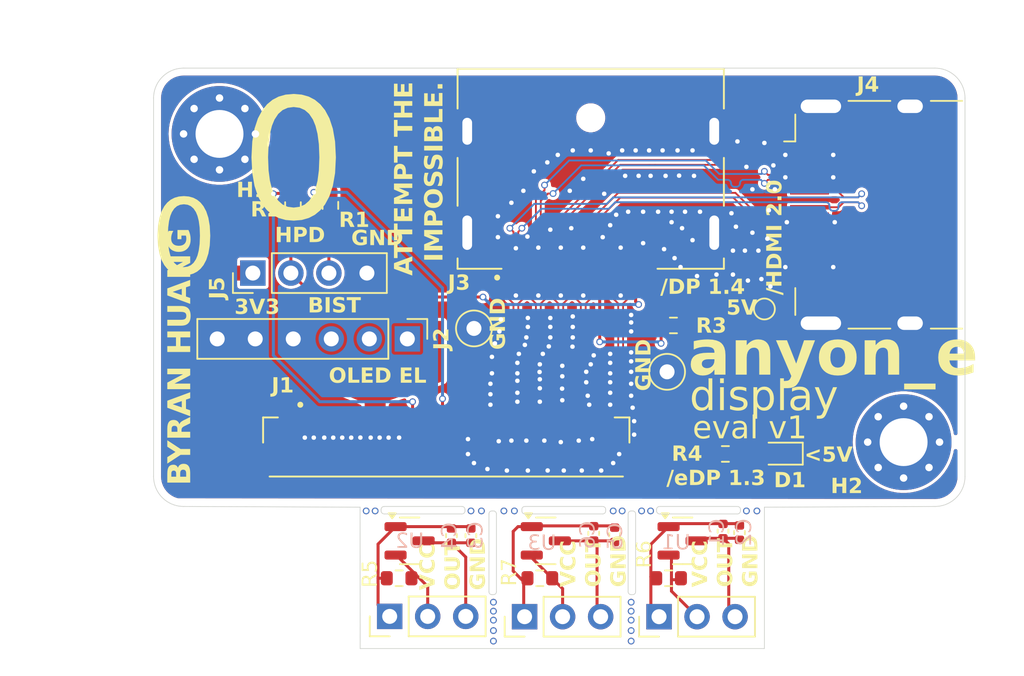
<source format=kicad_pcb>
(kicad_pcb (version 20240225) (generator "pcbnew") (generator_version "8.99")
  (layers (0 "F.Cu" signal) (1 "In1.Cu" signal) (2 "In2.Cu" signal) (31 "B.Cu" signal) (34 "B.Paste" user) (35 "F.Paste" user) (36 "B.SilkS" user "B.Silkscreen") (37 "F.SilkS" user "F.Silkscreen") (38 "B.Mask" user) (39 "F.Mask" user) (44 "Edge.Cuts" user))
  (net 0 "")
  (net 1 "/BIST_EN")
  (net 2 "Net-(J1-Pad20)")
  (net 3 "Net-(J1-Pad16)")
  (net 4 "+3.3V")
  (net 5 "GND")
  (net 8 "/DP_2N")
  (net 9 "/DP_3P")
  (net 10 "/OLED_EL")
  (net 13 "/DP_1N")
  (net 14 "/DP_3N")
  (net 16 "/DP_0N")
  (net 17 "/AUX_N")
  (net 20 "/AUX_P")
  (net 25 "/DP_0P")
  (net 26 "/DP_1P")
  (net 27 "/DP_2P")
  (net 28 "Net-(J3-CAD)")
  (net 29 "/HPD")
  (net 34 "+5V")
  (net 35 "Net-(D1-A)")
  (net 36 "Net-(J6-Pin_1)")
  (net 37 "Net-(J6-Pin_3)")
  (net 38 "Net-(J6-Pin_2)")
  (net 39 "Net-(J7-Pin_1)")
  (net 40 "Net-(J7-Pin_3)")
  (net 41 "Net-(J8-Pin_1)")
  (net 42 "Net-(J8-Pin_3)")
  (net 43 "Net-(J7-Pin_2)")
  (net 44 "Net-(J8-Pin_2)")
  (footprint "Connector_PinHeader_2.54mm:PinHeader_1x03_P2.54mm_Vertical" (layer "F.Cu") (at 118.3625 156.77 90)
    (property "Reference" "J6" (hide yes))
    (property "Value" "Hall Sensor")
  )
  (footprint "Capacitor_SMD:C_0402_1005Metric" (layer "F.Cu") (at 123.7375 151.15 -90)
    (property "Reference" "C2")
    (property "Value" "1uF")
  )
  (footprint "Package_TO_SOT_SMD:SOT-23" (layer "F.Cu") (at 119.9375 151.7)
    (property "Reference" "U1")
    (property "Value" "Hall Switch Testing")
  )
  (footprint "MountingHole:MountingHole_3.2mm_M3_Pad_Via" (layer "F.Cu") (at 89.002944 124.497056)
    (property "Reference" "H1")
    (property "Value" "M3")
  )
  (footprint "Resistor_SMD:R_0603_1608Metric" (layer "F.Cu") (at 96.41 129.275 90)
    (property "Reference" "R1")
    (property "Value" "0R")
  )
  (footprint "LED_SMD:LED_0603_1608Metric" (layer "F.Cu") (at 126.48 145.87 180)
    (property "Reference" "D1")
    (property "Value" "YELLOW")
  )
  (footprint "Package_TO_SOT_SMD:SOT-23" (layer "F.Cu") (at 101.7 151.7)
    (property "Reference" "U2")
    (property "Value" "Hall Switch Testing")
  )
  (footprint "Connector_PinHeader_2.54mm:PinHeader_1x04_P2.54mm_Vertical" (layer "F.Cu") (at 91.23 133.8 90)
    (property "Reference" "J5")
    (property "Value" "DEBUG")
  )
  (footprint "eDP_Connector:IPEX_20455-040E-76" (layer "F.Cu") (at 104.15 145.5)
    (property "Reference" "J1")
    (property "Value" "20455-040E-76 OLED IPEX")
  )
  (footprint "Capacitor_SMD:C_0402_1005Metric" (layer "F.Cu") (at 122.6375 151.05 -90)
    (property "Reference" "C1")
    (property "Value" "0.1uF")
  )
  (footprint "Connector_PinHeader_2.54mm:PinHeader_1x03_P2.54mm_Vertical" (layer "F.Cu") (at 100.370001 156.75 90)
    (property "Reference" "J7" (hide yes))
    (property "Value" "Hall Sensor")
  )
  (footprint "Capacitor_SMD:C_0402_1005Metric" (layer "F.Cu") (at 115.4 151.3 -90)
    (property "Reference" "C5")
    (property "Value" "0.1uF")
  )
  (footprint "Capacitor_SMD:C_0402_1005Metric" (layer "F.Cu") (at 104.495001 151.35 -90)
    (property "Reference" "C4")
    (property "Value" "1uF")
  )
  (footprint "Resistor_SMD:R_0603_1608Metric" (layer "F.Cu") (at 110.4 154.2)
    (property "Reference" "R7")
    (property "Value" "5.1k")
  )
  (footprint "Capacitor_SMD:C_0402_1005Metric" (layer "F.Cu") (at 105.795001 151.35 -90)
    (property "Reference" "C3")
    (property "Value" "0.1uF")
  )
  (footprint "Capacitor_SMD:C_0402_1005Metric" (layer "F.Cu") (at 114 151.2 -90)
    (property "Reference" "C6")
    (property "Value" "1uF")
  )
  (footprint "TestPoint:TestPoint_THTPad_D2.0mm_Drill1.0mm" (layer "F.Cu") (at 118.9 140.4)
    (property "Reference" "TP13" (hide yes))
    (property "Value" "~")
  )
  (footprint "Resistor_SMD:R_0603_1608Metric" (layer "F.Cu") (at 93.91 129.3 90)
    (property "Reference" "R2")
    (property "Value" "0R")
  )
  (footprint "Resistor_SMD:R_0603_1608Metric" (layer "F.Cu") (at 101 154.2)
    (property "Reference" "R5")
    (property "Value" "5.1k")
  )
  (footprint "MountingHole:MountingHole_3.2mm_M3_Pad_Via" (layer "F.Cu") (at 134.7 145.1)
    (property "Reference" "H2")
    (property "Value" "M3")
  )
  (footprint "Resistor_SMD:R_0603_1608Metric" (layer "F.Cu") (at 119.325 137.3)
    (property "Reference" "R3")
    (property "Value" "1M")
  )
  (footprint "Connector_PinHeader_2.54mm:PinHeader_1x03_P2.54mm_Vertical" (layer "F.Cu") (at 109.3825 156.77 90)
    (property "Reference" "J8" (hide yes))
    (property "Value" "Hall Sensor")
  )
  (footprint "Package_TO_SOT_SMD:SOT-23" (layer "F.Cu") (at 110.8 151.7)
    (property "Reference" "U3")
    (property "Value" "Hall Switch Testing")
  )
  (footprint "Connector_PinHeader_2.54mm:PinHeader_1x06_P2.54mm_Vertical" (layer "F.Cu") (at 101.55 138.2 -90)
    (property "Reference" "J2")
    (property "Value" "OLED PWR")
  )
  (footprint "Resistor_SMD:R_0603_1608Metric" (layer "F.Cu") (at 122.795 145.89)
    (property "Reference" "R4")
    (property "Value" "10k")
  )
  (footprint "Resistor_SMD:R_0603_1608Metric" (layer "F.Cu") (at 119 154.2)
    (property "Reference" "R6")
    (property "Value" "5.1k")
  )
  (footprint "Connector_Video:HDMI_A_Molex_208658-1001_Horizontal" (layer "F.Cu") (at 131.7 129.9)
    (property "Reference" "J4")
    (property "Value" "HDMI mux'ed to DP1.4a")
  )
  (footprint "DP_Connector:MOLEX_0472720024" (layer "F.Cu") (at 113.8 131.1 180)
    (property "Reference" "J3")
    (property "Value" "0472720024")
  )
  (footprint "TestPoint:TestPoint_THTPad_D2.0mm_Drill1.0mm" (layer "F.Cu") (at 106 137.5)
    (property "Reference" "TP12" (hide yes))
    (property "Value" "~")
  )
  (footprint "TestPoint:TestPoint_Pad_D1.0mm" (layer "F.Cu") (at 125.4 136.2 90)
    (property "Reference" "TP11" (hide yes))
    (property "Value" "~")
  )
  (gr_arc (start 109.4 149.9) (mid 109.258579 149.841421) (end 109.199999 149.7) (stroke (width 0.05)) (layer "Edge.Cuts"))
  (gr_line (start 86.6 120.1) (end 136.8 120.1) (stroke (width 0.05)) (layer "Edge.Cuts"))
  (gr_line (start 84.6 147.4) (end 84.6 122.1) (stroke (width 0.05)) (layer "Edge.Cuts"))
  (gr_line (start 109.199999 149.7) (end 109.2 149.6) (stroke (width 0.05)) (layer "Edge.Cuts"))
  (gr_arc (start 84.6 122.1) (mid 85.185786 120.685786) (end 86.6 120.1) (stroke (width 0.05)) (layer "Edge.Cuts"))
  (gr_arc (start 136.8 120.1) (mid 138.214214 120.685786) (end 138.8 122.1) (stroke (width 0.05)) (layer "Edge.Cuts"))
  (gr_line (start 125.4 149.45) (end 136.8 149.4) (stroke (width 0.05)) (layer "Edge.Cuts"))
  (gr_arc (start 123.6 149.4) (mid 123.741421 149.458579) (end 123.8 149.6) (stroke (width 0.05)) (layer "Edge.Cuts"))
  (gr_line (start 107.3 155.3) (end 107.2 155.3) (stroke (width 0.05)) (layer "Edge.Cuts"))
  (gr_arc (start 105.2 149.4) (mid 105.341421 149.458579) (end 105.4 149.6) (stroke (width 0.05)) (layer "Edge.Cuts"))
  (gr_line (start 107 155.1) (end 107 149.9) (stroke (width 0.05)) (layer "Edge.Cuts"))
  (gr_arc (start 107.3 149.7) (mid 107.441421 149.758579) (end 107.5 149.9) (stroke (width 0.05)) (layer "Edge.Cuts"))
  (gr_arc (start 114.799999 149.7) (mid 114.74142 149.84142) (end 114.6 149.899999) (stroke (width 0.05)) (layer "Edge.Cuts"))
  (gr_arc (start 100 149.9) (mid 99.858579 149.841421) (end 99.799999 149.7) (stroke (width 0.05)) (layer "Edge.Cuts"))
  (gr_line (start 107.2 149.7) (end 107.3 149.7) (stroke (width 0.05)) (layer "Edge.Cuts"))
  (gr_arc (start 109.2 149.6) (mid 109.258579 149.45858) (end 109.4 149.4) (stroke (width 0.05)) (layer "Edge.Cuts"))
  (gr_line (start 116.8 149.9) (end 116.8 155.1) (stroke (width 0.05)) (layer "Edge.Cuts"))
  (gr_line (start 125.4 158.9) (end 125.4 149.45) (stroke (width 0.05)) (layer "Edge.Cuts"))
  (gr_line (start 138.8 122.1) (end 138.8 147.4) (stroke (width 0.05)) (layer "Edge.Cuts"))
  (gr_arc (start 123.799999 149.7) (mid 123.74142 149.84142) (end 123.6 149.899999) (stroke (width 0.05)) (layer "Edge.Cuts"))
  (gr_line (start 123.8 149.6) (end 123.799999 149.7) (stroke (width 0.05)) (layer "Edge.Cuts"))
  (gr_line (start 116.5 149.7) (end 116.6 149.7) (stroke (width 0.05)) (layer "Edge.Cuts"))
  (gr_line (start 105.4 149.6) (end 105.399999 149.7) (stroke (width 0.05)) (layer "Edge.Cuts"))
  (gr_line (start 98.395001 149.449999) (end 98.4 158.9) (stroke (width 0.05)) (layer "Edge.Cuts"))
  (gr_arc (start 99.8 149.6) (mid 99.858579 149.45858) (end 100 149.4) (stroke (width 0.05)) (layer "Edge.Cuts"))
  (gr_arc (start 138.8 147.4) (mid 138.214214 148.814214) (end 136.8 149.4) (stroke (width 0.05)) (layer "Edge.Cuts"))
  (gr_line (start 116.3 155.1) (end 116.3 149.9) (stroke (width 0.05)) (layer "Edge.Cuts"))
  (gr_arc (start 116.5 155.3) (mid 116.358579 155.241421) (end 116.3 155.1) (stroke (width 0.05)) (layer "Edge.Cuts"))
  (gr_line (start 123.6 149.899999) (end 118.4 149.9) (stroke (width 0.05)) (layer "Edge.Cuts"))
  (gr_line (start 105.2 149.899999) (end 100 149.9) (stroke (width 0.05)) (layer "Edge.Cuts"))
  (gr_arc (start 116.8 155.1) (mid 116.741421 155.241421) (end 116.6 155.3) (stroke (width 0.05)) (layer "Edge.Cuts"))
  (gr_line (start 98.395001 149.449999) (end 86.6 149.4) (stroke (width 0.05)) (layer "Edge.Cuts"))
  (gr_line (start 107.5 149.9) (end 107.5 155.1) (stroke (width 0.05)) (layer "Edge.Cuts"))
  (gr_line (start 109.4 149.4) (end 114.6 149.4) (stroke (width 0.05)) (layer "Edge.Cuts"))
  (gr_arc (start 118.4 149.9) (mid 118.258579 149.841421) (end 118.199999 149.7) (stroke (width 0.05)) (layer "Edge.Cuts"))
  (gr_arc (start 114.6 149.4) (mid 114.741421 149.458579) (end 114.8 149.6) (stroke (width 0.05)) (layer "Edge.Cuts"))
  (gr_arc (start 116.3 149.9) (mid 116.358579 149.758579) (end 116.5 149.7) (stroke (width 0.05)) (layer "Edge.Cuts"))
  (gr_line (start 114.6 149.899999) (end 109.4 149.9) (stroke (width 0.05)) (layer "Edge.Cuts"))
  (gr_line (start 118.4 149.4) (end 123.6 149.4) (stroke (width 0.05)) (layer "Edge.Cuts"))
  (gr_arc (start 86.6 149.4) (mid 85.185786 148.814214) (end 84.6 147.4) (stroke (width 0.05)) (layer "Edge.Cuts"))
  (gr_line (start 116.6 155.3) (end 116.5 155.3) (stroke (width 0.05)) (layer "Edge.Cuts"))
  (gr_arc (start 105.399999 149.7) (mid 105.34142 149.84142) (end 105.2 149.899999) (stroke (width 0.05)) (layer "Edge.Cuts"))
  (gr_arc (start 116.6 149.7) (mid 116.741421 149.758579) (end 116.8 149.9) (stroke (width 0.05)) (layer "Edge.Cuts"))
  (gr_line (start 100 149.4) (end 105.2 149.4) (stroke (width 0.05)) (layer "Edge.Cuts"))
  (gr_arc (start 107.2 155.3) (mid 107.058579 155.241421) (end 107 155.1) (stroke (width 0.05)) (layer "Edge.Cuts"))
  (gr_line (start 118.199999 149.7) (end 118.2 149.6) (stroke (width 0.05)) (layer "Edge.Cuts"))
  (gr_line (start 99.799999 149.7) (end 99.8 149.6) (stroke (width 0.05)) (layer "Edge.Cuts"))
  (gr_arc (start 118.2 149.6) (mid 118.258579 149.45858) (end 118.4 149.4) (stroke (width 0.05)) (layer "Edge.Cuts"))
  (gr_arc (start 107.5 155.1) (mid 107.441421 155.241421) (end 107.3 155.3) (stroke (width 0.05)) (layer "Edge.Cuts"))
  (gr_line (start 98.4 158.9) (end 125.4 158.9) (stroke (width 0.05)) (layer "Edge.Cuts"))
  (gr_arc (start 107 149.9) (mid 107.058579 149.758579) (end 107.2 149.7) (stroke (width 0.05)) (layer "Edge.Cuts"))
  (gr_line (start 114.8 149.6) (end 114.799999 149.7) (stroke (width 0.05)) (layer "Edge.Cuts"))
  (gr_text "VCC\nOUT\nGND" (at 106.9 155 90) (layer "F.SilkS") (effects (font (size 1 1) (thickness 0.2) (bold yes)) (justify left bottom)))
  (gr_text "3V3" (at 90 136.7 0) (layer "F.SilkS") (effects (font (size 1 1) (thickness 0.25) (bold yes)) (justify left bottom)))
  (gr_text "<5V" (at 128.07 146.58 0) (layer "F.SilkS") (effects (font (size 1 1) (thickness 0.2) (bold yes) (italic yes)) (justify left bottom)))
  (gr_text "GND" (at 97.8 132.1 0) (layer "F.SilkS") (effects (font (size 1 1) (thickness 0.25) (bold yes)) (justify left bottom)))
  (gr_text "VCC\nOUT\nGND" (at 125.1 154.8 90) (layer "F.SilkS") (effects (font (size 1 1) (thickness 0.2) (bold yes)) (justify left bottom)))
  (gr_text "eval v1" (at 120.6 145.1 0) (layer "F.SilkS") (effects (font (size 1.5 1.5) (thickness 0.1)) (justify left bottom)))
  (gr_text "GND" (at 117.96 141.69 90) (layer "F.SilkS") (effects (font (size 1 1) (thickness 0.2) (bold yes) (italic yes)) (justify left bottom)))
  (gr_text "/HDMI 2.0" (at 126.71 135.28 90) (layer "F.SilkS") (effects (font (size 1 1) (thickness 0.2) (bold yes)) (justify left bottom)))
  (gr_text "/eDP 1.3" (at 118.85 148.14 0) (layer "F.SilkS") (effects (font (size 1 1) (thickness 0.2) (bold yes)) (justify left bottom)))
  (gr_text "anyon_e" (at 120.3 141.1 0) (layer "F.SilkS") (effects (font (size 3 3) (thickness 0.6) (bold yes)) (justify left bottom)))
  (gr_text "GND" (at 108.24 138.93 90) (layer "F.SilkS") (effects (font (size 1 1) (thickness 0.2) (bold yes) (italic yes)) (justify left bottom)))
  (gr_text "0" (at 84.4 134.7 0) (layer "F.SilkS") (effects (font (size 5 5) (thickness 0.1)) (justify left bottom)))
  (gr_text "VCC\nOUT\nGND" (at 116.3 154.8 90) (layer "F.SilkS") (effects (font (size 1 1) (thickness 0.2) (bold yes)) (justify left bottom)))
  (gr_text "BIST" (at 94.9 136.6 0) (layer "F.SilkS") (effects (font (size 1 1) (thickness 0.25) (bold yes)) (justify left bottom)))
  (gr_text "HPD" (at 92.7 131.9 0) (layer "F.SilkS") (effects (font (size 1 1) (thickness 0.25) (bold yes)) (justify left bottom)))
  (gr_text "OLED EL" (at 96.3 141.3 0) (layer "F.SilkS") (effects (font (size 1 1) (thickness 0.25) (bold yes)) (justify left bottom)))
  (gr_text "5V" (at 122.86 136.75 0) (layer "F.SilkS") (effects (font (size 1 1) (thickness 0.2) (bold yes) (italic yes)) (justify left bottom)))
  (gr_text "display" (at 120.4 143.3 0) (layer "F.SilkS") (effects (font (size 2 2) (thickness 0.1)) (justify left bottom)))
  (gr_text "/DP 1.4" (at 118.44 135.36 0) (layer "F.SilkS") (effects (font (size 1 1) (thickness 0.2) (bold yes)) (justify left bottom)))
  (gr_text "0" (at 90.4 131.5 0) (layer "F.SilkS") (effects (font (size 8 8) (thickness 0.1)) (justify left bottom)))
  (gr_text "BYRAN HUANG" (at 87.3 148 90) (layer "F.SilkS") (effects (font (size 1.5 1.5) (thickness 0.3) (bold yes)) (justify left bottom)))
  (gr_text "ATTEMPT THE\nIMPOSSIBLE." (at 104.1 121 90) (layer "F.SilkS") (effects (font (size 1.2 1.2) (thickness 0.2) (bold yes)) (justify right bottom)))
  (via (at 124.9 149.7) (size 0.45) (drill 0.3) (layers "F.Cu" "B.Cu") (net 0))
  (via (at 116.5 157.7) (size 0.45) (drill 0.3) (layers "F.Cu" "B.Cu") (net 0))
  (via (at 116.5 157) (size 0.45) (drill 0.3) (layers "F.Cu" "B.Cu") (net 0))
  (via (at 107.3 155.8) (size 0.45) (drill 0.3) (layers "F.Cu" "B.Cu") (net 0))
  (via (at 106.5 149.7) (size 0.45) (drill 0.3) (layers "F.Cu" "B.Cu") (net 0))
  (via (at 107.3 157.7) (size 0.45) (drill 0.3) (layers "F.Cu" "B.Cu") (net 0))
  (via (at 115.9 149.7) (size 0.45) (drill 0.3) (layers "F.Cu" "B.Cu") (net 0))
  (via (at 124.2 149.7) (size 0.45) (drill 0.3) (layers "F.Cu" "B.Cu") (net 0))
  (via (at 105.8 149.7) (size 0.45) (drill 0.3) (layers "F.Cu" "B.Cu") (net 0))
  (via (at 107.3 158.4) (size 0.45) (drill 0.3) (layers "F.Cu" "B.Cu") (net 0))
  (via (at 108 149.7) (size 0.45) (drill 0.3) (layers "F.Cu" "B.Cu") (net 0))
  (via (at 117.2 149.7) (size 0.45) (drill 0.3) (layers "F.Cu" "B.Cu") (net 0))
  (via (at 99.4 149.7) (size 0.45) (drill 0.3) (layers "F.Cu" "B.Cu") (net 0))
  (via (at 115.3 149.7) (size 0.45) (drill 0.3) (layers "F.Cu" "B.Cu") (net 0))
  (via (at 107.3 157) (size 0.45) (drill 0.3) (layers "F.Cu" "B.Cu") (net 0))
  (via (at 116.5 155.8) (size 0.45) (drill 0.3) (layers "F.Cu" "B.Cu") (net 0))
  (via (at 116.5 158.4) (size 0.45) (drill 0.3) (layers "F.Cu" "B.Cu") (net 0))
  (via (at 107.3 156.4) (size 0.45) (drill 0.3) (layers "F.Cu" "B.Cu") (net 0))
  (via (at 108.7 149.7) (size 0.45) (drill 0.3) (layers "F.Cu" "B.Cu") (net 0))
  (via (at 117.8 149.7) (size 0.45) (drill 0.3) (layers "F.Cu" "B.Cu") (net 0))
  (via (at 116.5 156.4) (size 0.45) (drill 0.3) (layers "F.Cu" "B.Cu") (net 0))
  (via (at 98.8 149.7) (size 0.45) (drill 0.3) (layers "F.Cu" "B.Cu") (net 0))
  (segment (start 96.31 130.2) (end 96.41 130.1) (width 0.2) (layer "F.Cu") (net 1))
  (segment (start 96.31 133.8) (end 96.31 130.2) (width 0.2) (layer "F.Cu") (net 1))
  (segment (start 95.35 128.45) (end 95.3 128.4) (width 0.2) (layer "F.Cu") (net 2))
  (segment (start 96.41 128.45) (end 95.35 128.45) (width 0.2) (layer "F.Cu") (net 2))
  (segment (start 103.9 143.58) (end 103.9 142.2) (width 0.2) (layer "F.Cu") (net 2))
  (via (at 95.3 128.4) (size 0.45) (drill 0.3) (layers "F.Cu" "B.Cu") (net 2))
  (via (at 103.9 142.2) (size 0.45) (drill 0.3) (layers "F.Cu" "B.Cu") (net 2))
  (segment (start 103.9 134.8) (end 103.9 142.2) (width 0.2) (layer "B.Cu") (net 2))
  (segment (start 95.3 128.4) (end 97.5 128.4) (width 0.2) (layer "B.Cu") (net 2))
  (segment (start 97.5 128.4) (end 103.9 134.8) (width 0.2) (layer "B.Cu") (net 2))
  (segment (start 93.91 128.475) (end 92.625 128.475) (width 0.2) (layer "F.Cu") (net 3))
  (segment (start 101.9 142.3) (end 101.9 142.4) (width 0.2) (layer "F.Cu") (net 3))
  (segment (start 92.625 128.475) (end 92.6 128.5) (width 0.2) (layer "F.Cu") (net 3))
  (segment (start 101.9 143.58) (end 101.9 142.3) (width 0.2) (layer "F.Cu") (net 3))
  (via (at 101.9 142.4) (size 0.45) (drill 0.3) (layers "F.Cu" "B.Cu") (net 3))
  (via (at 92.6 128.5) (size 0.45) (drill 0.3) (layers "F.Cu" "B.Cu") (net 3))
  (segment (start 92.6 128.5) (end 92.6 139.3) (width 0.2) (layer "B.Cu") (net 3))
  (segment (start 95.7 142.4) (end 101.9 142.4) (width 0.2) (layer "B.Cu") (net 3))
  (segment (start 92.6 139.3) (end 95.7 142.4) (width 0.2) (layer "B.Cu") (net 3))
  (segment (start 102.9 144.9) (end 102.9 143.58) (width 1) (layer "F.Cu") (net 4))
  (segment (start 87.7 133.8) (end 86.5 135) (width 1) (layer "F.Cu") (net 4))
  (segment (start 94.1 146.2) (end 101.6 146.2) (width 1) (layer "F.Cu") (net 4))
  (segment (start 101.6 146.2) (end 102.9 144.9) (width 1) (layer "F.Cu") (net 4))
  (segment (start 90.8 142.9) (end 94.1 146.2) (width 1) (layer "F.Cu") (net 4))
  (segment (start 89.1 142.9) (end 90.8 142.9) (width 1) (layer "F.Cu") (net 4))
  (segment (start 91.23 133.8) (end 87.7 133.8) (width 1) (layer "F.Cu") (net 4))
  (segment (start 86.5 135) (end 86.5 140.3) (width 1) (layer "F.Cu") (net 4))
  (segment (start 86.5 140.3) (end 89.1 142.9) (width 1) (layer "F.Cu") (net 4))
  (via (at 120.6 125.6) (size 0.45) (drill 0.3) (layers "F.Cu" "B.Cu") (net 5))
  (via (at 116.3 129.7) (size 0.45) (drill 0.3) (layers "F.Cu" "B.Cu") (net 5))
  (via (at 109.6 137.4) (size 0.45) (drill 0.3) (layers "F.Cu" "B.Cu") (net 5))
  (via (at 115.1 141.8) (size 0.45) (drill 0.3) (layers "F.Cu" "B.Cu") (net 5))
  (via (at 123.2 129.8) (size 0.45) (drill 0.3) (layers "F.Cu" "B.Cu") (net 5))
  (via (at 114.5 147) (size 0.45) (drill 0.3) (layers "F.Cu" "B.Cu") (net 5))
  (via (at 113.8 125.6) (size 0.45) (drill 0.3) (layers "F.Cu" "B.Cu") (net 5))
  (via (at 118.7 132.2) (size 0.45) (drill 0.3) (layers "F.Cu" "B.Cu") (net 5))
  (via (at 107.2 139.4) (size 0.45) (drill 0.3) (layers "F.Cu" "B.Cu") (net 5))
  (via (at 111.1 138.1) (size 0.45) (drill 0.3) (layers "F.Cu" "B.Cu") (net 5))
  (via (at 123.5 130.7) (size 0.45) (drill 0.3) (layers "F.Cu" "B.Cu") (net 5))
  (via (at 97.8 144.8) (size 0.45) (drill 0.3) (layers "F.Cu" "B.Cu") (net 5))
  (via (at 116.7 143.7) (size 0.45) (drill 0.3) (layers "F.Cu" "B.Cu") (net 5))
  (via (at 120.6 131.6) (size 0.45) (drill 0.3) (layers "F.Cu" "B.Cu") (net 5))
  (via (at 115 125.8) (size 0.45) (drill 0.3) (layers "F.Cu" "B.Cu") (net 5))
  (via (at 110.7 145) (size 0.45) (drill 0.3) (layers "F.Cu" "B.Cu") (net 5))
  (via (at 117 127.3) (size 0.45) (drill 0.3) (layers "F.Cu" "B.Cu") (net 5))
  (via (at 116.8 125.6) (size 0.45) (drill 0.3) (layers "F.Cu" "B.Cu") (net 5))
  (via (at 107.4 138.5) (size 0.45) (drill 0.3) (layers "F.Cu" "B.Cu") (net 5))
  (via (at 118.8 127.3) (size 0.45) (drill 0.3) (layers "F.Cu" "B.Cu") (net 5))
  (via (at 108.2 147) (size 0.45) (drill 0.3) (layers "F.Cu" "B.Cu") (net 5))
  (via (at 117.7 125.6) (size 0.45) (drill 0.3) (layers "F.Cu" "B.Cu") (net 5))
  (via (at 107.6 131.4) (size 0.45) (drill 0.3) (layers "F.Cu" "B.Cu") (net 5))
  (via (at 108.5 145) (size 0.45) (drill 0.3) (layers "F.Cu" "B.Cu") (net 5))
  (via (at 113.3 132.1) (size 0.45) (drill 0.3) (layers "F.Cu" "B.Cu") (net 5))
  (via (at 112.581378 138.720135) (size 0.45) (drill 0.3) (layers "F.Cu" "B.Cu") (net 5))
  (via (at 111.9 140.7) (size 0.45) (drill 0.3) (layers "F.Cu" "B.Cu") (net 5))
  (via (at 115.1 139.8) (size 0.45) (drill 0.3) (layers "F.Cu" "B.Cu") (net 5))
  (via (at 109.6 136.8) (size 0.45) (drill 0.3) (layers "F.Cu" "B.Cu") (net 5))
  (via (at 117.3 131.8) (size 0.45) (drill 0.3) (layers "F.Cu" "B.Cu") (net 5))
  (via (at 111.6 125.9) (size 0.45) (drill 0.3) (layers "F.Cu" "B.Cu") (net 5))
  (via (at 112.4 128.3) (size 0.45) (drill 0.3) (layers "F.Cu" "B.Cu") (net 5))
  (via (at 125.8 134.7) (size 0.45) (drill 0.3) (layers "F.Cu" "B.Cu") (net 5))
  (via (at 108.9 139.8) (size 0.45) (drill 0.3) (layers "F.Cu" "B.Cu") (net 5))
  (via (at 113.6 142) (size 0.45) (drill 0.3) (layers "F.Cu" "B.Cu") (net 5))
  (via (at 95.3 144.8) (size 0.45) (drill 0.3) (layers "F.Cu" "B.Cu") (net 5))
  (via (at 111.8 132.1) (size 0.45) (drill 0.3) (layers "F.Cu" "B.Cu") (net 5))
  (via (at 107.1 141.2) (size 0.45) (drill 0.3) (layers "F.Cu" "B.Cu") (net 5))
  (via (at 114.7 128.5) (size 0.45) (drill 0.3) (layers "F.Cu" "B.Cu") (net 5))
  (via (at 112 147) (size 0.45) (drill 0.3) (layers "F.Cu" "B.Cu") (net 5))
  (via (at 130 125.9) (size 0.45) (drill 0.3) (layers "F.Cu" "B.Cu") (net 5))
  (via (at 99.1 144.8) (size 0.45) (drill 0.3) (layers "F.Cu" "B.Cu") (net 5))
  (via (at 112.6 137.4) (size 0.45) (drill 0.3) (layers "F.Cu" "B.Cu") (net 5))
  (via (at 124.3 134.3) (size 0.45) (drill 0.3) (layers "F.Cu" "B.Cu") (net 5))
  (via (at 124.6 131.1) (size 0.45) (drill 0.3) (layers "F.Cu" "B.Cu") (net 5))
  (via (at 94.7 144.8) (size 0.45) (drill 0.3) (layers "F.Cu" "B.Cu") (net 5))
  (via (at 115.9 125.6) (size 0.45) (drill 0.3) (layers "F.Cu" "B.Cu") (net 5))
  (via (at 126.8 125.9) (size 0.45) (drill 0.3) (layers "F.Cu" "B.Cu") (net 5))
  (via (at 125.2 134.2) (size 0.45) (drill 0.3) (layers "F.Cu" "B.Cu") (net 5))
  (via (at 109.5 145) (size 0.45) (drill 0.3) (layers "F.Cu" "B.Cu") (net 5))
  (via (at 116.5 136.6) (size 0.45) (drill 0.3) (layers "F.Cu" "B.Cu") (net 5))
  (via (at 116.7 144.6) (size 0.45) (drill 0.3) (layers "F.Cu" "B.Cu") (net 5))
  (via (at 123.3 132.3) (size 0.45) (drill 0.3) (layers "F.Cu" "B.Cu") (net 5))
  (via (at 119.2 130.4) (size 0.45) (drill 0.3) (layers "F.Cu" "B.Cu") (net 5))
  (via (at 113.5 140.4) (size 0.45) (drill 0.3) (layers "F.Cu" "B.Cu") (net 5))
  (via (at 122.2 133.9) (size 0.45) (drill 0.3) (layers "F.Cu" "B.Cu") (net 5))
  (via (at 125 132.3) (size 0.45) (drill 0.3) (layers "F.Cu" "B.Cu") (net 5))
  (via (at 109.3 128.3) (size 0.45) (drill 0.3) (layers "F.Cu" "B.Cu") (net 5))
  (via (at 110.4 142.4) (size 0.45) (drill 0.3) (layers "F.Cu" "B.Cu") (net 5))
  (via (at 107.6 130) (size 0.45) (drill 0.3) (layers "F.Cu" "B.Cu") (net 5))
  (via (at 115.7 145.9) (size 0.45) (drill 0.3) (layers "F.Cu" "B.Cu") (net 5))
  (via (at 126.1 128.2) (size 0.45) (drill 0.3) (layers "F.Cu" "B.Cu") (net 5))
  (via (at 110.4 141.5) (size 0.45) (drill 0.3) (layers "F.Cu" "B.Cu") (net 5))
  (via (at 97.2 144.8) (size 0.45) (drill 0.3) (layers "F.Cu" "B.Cu") (net 5))
  (via (at 116.5 137.7) (size 0.45) (drill 0.3) (layers "F.Cu" "B.Cu") (net 5))
  (via (at 109.6 147) (size 0.45) (drill 0.3) (layers "F.Cu" "B.Cu") (net 5))
  (via (at 111.1 136.8) (size 0.45) (drill 0.3) (layers "F.Cu" "B.Cu") (net 5))
  (via (at 113.7 142.6) (size 0.45) (drill 0.3) (layers "F.Cu" "B.Cu") (net 5))
  (via (at 99.7 144.8) (size 0.45) (drill 0.3) (layers "F.Cu" "B.Cu") (net 5))
  (via (at 120.9 134) (size 0.45) (drill 0.3) (layers "F.Cu" "B.Cu") (net 5))
  (via (at 111.8 135.3) (size 0.45) (drill 0.3) (layers "F.Cu" "B.Cu") (net 5))
  (via (at 98.41192 144.796133) (size 0.45) (drill 0.3) (layers "F.Cu" "B.Cu") (net 5))
  (via (at 107.2 140.5) (size 0.45) (drill 0.3) (layers "F.Cu" "B.Cu") (net 5))
  (via (at 110.383353 140.412036) (size 0.45) (drill 0.3) (layers "F.Cu" "B.Cu") (net 5))
  (via (at 116.5 141.2) (size 0.45) (drill 0.3) (layers "F.Cu" "B.Cu") (net 5))
  (via (at 111.1 130.9) (size 0.45) (drill 0.3) (layers "F.Cu" "B.Cu") (net 5))
  (via (at 113 145) (size 0.45) (drill 0.3) (layers "F.Cu" "B.Cu") (net 5))
  (via (at 112.5 130.8) (size 0.45) (drill 0.3) (layers "F.Cu" "B.Cu") (net 5))
  (via (at 115.1 142.6) (size 0.45) (drill 0.3) (layers "F.Cu" "B.Cu") (net 5))
  (via (at 116.5 139.1) (size 0.45) (drill 0.3) (layers "F.Cu" "B.Cu") (net 5))
  (via (at 119.8 133.4) (size 0.45) (drill 0.3) (layers "F.Cu" "B.Cu") (net 5))
  (via (at 107.1 141.9) (size 0.45) (drill 0.3) (layers "F.Cu" "B.Cu") (net 5))
  (via (at 121.1 129.7) (size 0.45) (drill 0.3) (layers "F.Cu" "B.Cu") (net 5))
  (via (at 116.6 142.8) (size 0.45) (drill 0.3) (layers "F.Cu" "B.Cu") (net 5))
  (via (at 113.2 147) (size 0.45) (drill 0.3) (layers "F.Cu" "B.Cu") (net 5))
  (via (at 113.5 141.1) (size 0.45) (drill 0.3) (layers "F.Cu" "B.Cu") (net 5))
  (via (at 119.70306 127.285313) (size 0.45) (drill 0.3) (layers "F.Cu" "B.Cu") (net 5))
  (via (at 110.9 126.4) (size 0.45) (drill 0.3) (layers "F.Cu" "B.Cu") (net 5))
  (via (at 120.1 129.7) (size 0.45) (drill 0.3) (layers "F.Cu" "B.Cu") (net 5))
  (via (at 110.923987 146.996341) (size 0.45) (drill 0.3) (layers "F.Cu" "B.Cu") (net 5))
  (via (at 112.6 138.1) (size 0.45) (drill 0.3) (layers "F.Cu" "B.Cu") (net 5))
  (via (at 108.8 132.14) (size 0.45) (drill 0.3) (layers "F.Cu" "B.Cu") (net 5))
  (via (at 105.6 144.9) (size 0.45) (drill 0.3) (layers "F.Cu" "B.Cu") (net 5))
  (via (at 115.1 140.5) (size 0.45) (drill 0.3) (layers "F.Cu" "B.Cu") (net 5))
  (via (at 113.3 127.5) (size 0.45) (drill 0.3) (layers "F.Cu" "B.Cu") (net 5))
  (via (at 111.9 140) (size 0.45) (drill 0.3) (layers "F.Cu" "B.Cu") (net 5))
  (via (at 125.4 125.1) (size 0.45) (drill 0.3) (layers "F.Cu" "B.Cu") (net 5))
  (via (at 110.4 139.9) (size 0.45) (drill 0.3) (layers "F.Cu" "B.Cu") (net 5))
  (via (at 111.8 145.1) (size 0.45) (drill 0.3) (layers "F.Cu" "B.Cu") (net 5))
  (via (at 111 138.7) (size 0.45) (drill 0.3) (layers "F.Cu" "B.Cu") (net 5))
  (via (at 125.6 131.5) (size 0.45) (drill 0.3) (layers "F.Cu" "B.Cu") (net 5))
  (via (at 119.6 125.6) (size 0.45) (drill 0.3) (layers "F.Cu" "B.Cu") (net 5))
  (via (at 119.4 132.8) (size 0.45) (drill 0.3) (layers "F.Cu" "B.Cu") (net 5))
  (via (at 109.4 138.6) (size 0.45) (drill 0.3) (layers "F.Cu" "B.Cu") (net 5))
  (via (at 124.2 126.7) (size 0.45) (drill 0.3) (layers "F.Cu" "B.Cu") (net 5))
  (via (at 118.3 129.7) (size 0.45) (drill 0.3) (layers "F.Cu" "B.Cu") (net 5))
  (via (at 110.3 135.3) (size 0.45) (drill 0.3) (layers "F.Cu" "B.Cu") (net 5))
  (via (at 115.8 135.3) (size 0.45) (drill 0.3) (layers "F.Cu" "B.Cu") (net 5))
  (via (at 110.6 139.2) (size 0.45) (drill 0.3) (layers "F.Cu" "B.Cu") (net 5))
  (via (at 130 133.4) (size 0.45) (drill 0.3) (layers "F.Cu" "B.Cu") (net 5))
  (via (at 126.8 127.4) (size 0.45) (drill 0.3) (layers "F.Cu" "B.Cu") (net 5))
  (via (at 108.9 141) (size 0.45) (drill 0.3) (layers "F.Cu" "B.Cu") (net 5))
  (via (at 106 146.5) (size 0.45) (drill 0.3) (layers "F.Cu" "B.Cu") (net 5))
  (via (at 120.7 127.3) (size 0.45) (drill 0.3) (layers "F.Cu" "B.Cu") (net 5))
  (via (at 116.5 142) (size 0.45) (drill 0.3) (layers "F.Cu" "B.Cu") (net 5))
  (via (at 115.1 130.6) (size 0.45) (drill 0.3) (layers "F.Cu" "B.Cu") (net 5))
  (via (at 112.6 136.7) (size 0.45) (drill 0.3) (layers "F.Cu" "B.Cu") (net 5))
  (via (at 108.9 142.4) (size 0.45) (drill 0.3) (layers "F.Cu" "B.Cu") (net 5))
  (via (at 119.9 130.8) (size 0.45) (drill 0.3) (layers "F.Cu" "B.Cu") (net 5))
  (via (at 109 139.2) (size 0.45) (drill 0.3) (layers "F.Cu" "B.Cu") (net 5))
  (via (at 114 139.3) (size 0.45) (drill 0.3) (layers "F.Cu" "B.Cu") (net 5))
  (via (at 107.7 137.7) (size 0.45) (drill 0.3) (layers "F.Cu" "B.Cu") (net 5))
  (via (at 96.6 144.8) (size 0.45) (drill 0.3) (layers "F.Cu" "B.Cu") (net 5))
  (via (at 115.5 129.9) (size 0.45) (drill 0.3) (layers "F.Cu" "B.Cu") (net 5))
  (via (at 108.9 141.8) (size 0.45) (drill 0.3) (layers "F.Cu" "B.Cu") (net 5))
  (via (at 108.8 135.3) (size 0.45) (drill 0.3) (layers "F.Cu" "B.Cu") (net 5))
  (via (at 125.7 129.6) (size 0.45) (drill 0.3) (layers "F.Cu" "B.Cu") (net 5))
  (via (at 114.6 131.4) (size 0.45) (drill 0.3) (layers "F.Cu" "B.Cu") (net 5))
  (via (at 111.9 142.3) (size 0.45) (drill 0.3) (layers "F.Cu" "B.Cu") (net 5))
  (via (at 107.65559 145.039352) (size 0.45) (drill 0.3) (layers "F.Cu" "B.Cu") (net 5))
  (via (at 107.1 142.6) (size 0.45) (drill 0.3) (layers "F.Cu" "B.Cu") (net 5))
  (via (at 123.6 125) (size 0.45) (drill 0.3) (layers "F.Cu" "B.Cu") (net 5))
  (via (at 113.8 139.9) (size 0.45) (drill 0.3) (layers "F.Cu" "B.Cu") (net 5))
  (via (at 115.1 139.2) (size 0.45) (drill 0.3) (layers "F.Cu" "B.Cu") (net 5))
  (via (at 119.2 129.7) (size 0.45) (drill 0.3) (layers "F.Cu" "B.Cu") (net 5))
  (via (at 110 127) (size 0.45) (drill 0.3) (layers "F.Cu" "B.Cu") (net 5))
  (via (at 112.6 125.6) (size 0.45) (drill 0.3) (layers "F.Cu" "B.Cu") (net 5))
  (via (at 126.8 133.4) (size 0.45) (drill 0.3) (layers "F.Cu" "B.Cu") (net 5))
  (via (at 116.1 127.3) (size 0.45) (drill 0.3) (layers "F.Cu" "B.Cu") (net 5))
  (via (at 113.9 144.9) (size 0.45) (drill 0.3) (layers "F.Cu" "B.Cu") (net 5))
  (via (at 96 144.8) (size 0.45) (drill 0.3) (layers "F.Cu" "B.Cu") (net 5))
  (via (at 130 127.4) (size 0.45) (drill 0.3) (layers "F.Cu" "B.Cu") (net 5))
  (via (at 110.3 132.1) (size 0.45) (drill 0.3) (layers "F.Cu" "B.Cu") (net 5))
  (via (at 116.5 139.7) (size 0.45) (drill 0.3) (layers "F.Cu" "B.Cu") (net 5))
  (via (at 130.1 130.4) (size 0.45) (drill 0.3) (layers "F.Cu" "B.Cu") (net 5))
  (via (at 109.57 131.36) (size 0.45) (drill 0.3) (layers "F.Cu" "B.Cu") (net 5))
  (via (at 110.4 140.9) (size 0.45) (drill 0.3) (layers "F.Cu" "B.Cu") (net 5))
  (via (at 106.9 146.9) (size 0.45) (drill 0.3) (layers "F.Cu" "B.Cu") (net 5))
  (via (at 118.6 125.6) (size 0.45) (drill 0.3) (layers "F.Cu" "B.Cu") (net 5))
  (via (at 126.9 130.4) (size 0.45) (drill 0.3) (layers "F.Cu" "B.Cu") (net 5))
  (via (at 116.5 137.1) (size 0.45) (drill 0.3) (layers "F.Cu" "B.Cu") (net 5))
  (via (at 109.5 138.1) (size 0.45) (drill 0.3) (layers "F.Cu" "B.Cu") (net 5))
  (via (at 108.9 140.5) (size 0.45) (drill 0.3) (layers "F.Cu" "B.Cu") (net 5))
  (via (at 116.5 140.4) (size 0.45) (drill 0.3) (layers "F.Cu" "B.Cu") (net 5))
  (via (at 100.3 144.8) (size 0.45) (drill 0.3) (layers "F.Cu" "B.Cu") (net 5))
  (via (at 107.8 136.9) (size 0.45) (drill 0.3) (layers "F.Cu" "B.Cu") (net 5))
  (via (at 115.1 141.1) (size 0.45) (drill 0.3) (layers "F.Cu" "B.Cu") (net 5))
  (via (at 117.8 127.3) (size 0.45) (drill 0.3) (layers "F.Cu" "B.Cu") (net 5))
  (via (at 123.3 133.9) (size 0.45) (drill 0.3) (layers "F.Cu" "B.Cu") (net 5))
  (via (at 124.6 128.2) (size 0.45) (drill 0.3) (layers "F.Cu" "B.Cu") (net 5))
  (via (at 113.3 135.3) (size 0.45) (drill 0.3) (layers "F.Cu" "B.Cu") (net 5))
  (via (at 126 126.6) (size 0.45) (drill 0.3) (layers "F.Cu" "B.Cu") (net 5))
  (via (at 124.1 132.3) (size 0.45) (drill 0.3) (layers "F.Cu" "B.Cu") (net 5))
  (via (at 101 144.8) (size 0.45) (drill 0.3) (layers "F.Cu" "B.Cu") (net 5))
  (via (at 117.3 129.7) (size 0.45) (drill 0.3) (layers "F.Cu" "B.Cu") (net 5))
  (via (at 105.6 145.9) (size 0.45) (drill 0.3) (layers "F.Cu" "B.Cu") (net 5))
  (via (at 111.887265 141.525509) (size 0.45) (drill 0.3) (layers "F.Cu" "B.Cu") (net 5))
  (via (at 115.8 132.1) (size 0.45) (drill 0.3) (layers "F.Cu" "B.Cu") (net 5))
  (via (at 108.5 129.1) (size 0.45) (drill 0.3) (layers "F.Cu" "B.Cu") (net 5))
  (via (at 111.1 137.4) (size 0.45) (drill 0.3) (layers "F.Cu" "B.Cu") (net 5))
  (via (at 115.3 146.5) (size 0.45) (drill 0.3) (layers "F.Cu" "B.Cu") (net 5))
  (segment (start 124.831204 126.533941) (end 124.959696 126.533941) (width 0.121666) (layer "F.Cu") (net 8))
  (segment (start 112.3 131.899999) (end 111.962433 131.562432) (width 0.121666) (layer "F.Cu") (net 8))
  (segment (start 123.767283 126.062433) (end 124.359696 126.062433) (width 0.121666) (layer "F.Cu") (net 8))
  (segment (start 118.096936 126.562433) (end 123.267283 126.562433) (width 0.121666) (layer "F.Cu") (net 8))
  (segment (start 126.464999 126.4) (end 128.415 126.4) (width 0.121666) (layer "F.Cu") (net 8))
  (segment (start 111.312433 142.817432) (end 111.4 142.904999) (width 0.121666) (layer "F.Cu") (net 8))
  (segment (start 123.267283 126.562433) (end 123.767283 126.062433) (width 0.121666) (layer "F.Cu") (net 8))
  (segment (start 117.714702 126.562433) (end 118.096936 126.562433) (width 0.121666) (layer "F.Cu") (net 8))
  (segment (start 111.312433 139.617283) (end 111.312433 142.817432) (width 0.121666) (layer "F.Cu") (net 8))
  (segment (start 112.3 135.500001) (end 111.962433 135.837568) (width 0.121666) (layer "F.Cu") (net 8))
  (segment (start 111.962433 135.837568) (end 111.962433 138.967283) (width 0.121666) (layer "F.Cu") (net 8))
  (segment (start 111.962433 130.367283) (end 115.767283 126.562433) (width 0.121666) (layer "F.Cu") (net 8))
  (segment (start 111.962433 138.967283) (end 111.312433 139.617283) (width 0.121666) (layer "F.Cu") (net 8))
  (segment (start 111.962433 131.562432) (end 111.962433 130.367283) (width 0.121666) (layer "F.Cu") (net 8))
  (segment (start 112.3 133.7) (end 112.3 131.899999) (width 0.121666) (layer "F.Cu") (net 8))
  (segment (start 125.559696 126.062433) (end 126.127432 126.062433) (width 0.121666) (layer "F.Cu") (net 8))
  (segment (start 115.767283 126.562433) (end 117.714702 126.562433) (width 0.121666) (layer "F.Cu") (net 8))
  (segment (start 125.431204 126.062433) (end 125.559696 126.062433) (width 0.121666) (layer "F.Cu") (net 8))
  (segment (start 126.127432 126.062433) (end 126.201229 126.13623) (width 0.121666) (layer "F.Cu") (net 8))
  (segment (start 111.4 142.904999) (end 111.4 143.58) (width 0.121666) (layer "F.Cu") (net 8))
  (segment (start 112.3 133.7) (end 112.3 135.500001) (width 0.121666) (layer "F.Cu") (net 8))
  (segment (start 126.201229 126.13623) (end 126.464999 126.4) (width 0.121666) (layer "F.Cu") (net 8))
  (arc (start 124.359696 126.062433) (mid 124.526399 126.131484) (end 124.59545 126.298187) (width 0.121666) (layer "F.Cu") (net 8))
  (arc (start 124.959696 126.533941) (mid 125.126399 126.46489) (end 125.19545 126.298187) (width 0.121666) (layer "F.Cu") (net 8))
  (arc (start 124.59545 126.298187) (mid 124.664501 126.46489) (end 124.831204 126.533941) (width 0.121666) (layer "F.Cu") (net 8))
  (arc (start 125.19545 126.298187) (mid 125.264501 126.131484) (end 125.431204 126.062433) (width 0.121666) (layer "F.Cu") (net 8))
  (segment (start 113.137567 130.932717) (end 113.137567 131.562432) (width 0.121666) (layer "F.Cu") (net 9))
  (segment (start 113.137567 131.562432) (end 112.8 131.899999) (width 0.121666) (layer "F.Cu") (net 9))
  (segment (start 112.4 143.58) (end 112.4 142.904999) (width 0.121666) (layer "F.Cu") (net 9))
  (segment (start 128.415 129.9) (end 126.464999 129.9) (width 0.121666) (layer "F.Cu") (net 9))
  (segment (start 113.137567 135.837568) (end 112.8 135.500001) (width 0.121666) (layer "F.Cu") (net 9))
  (segment (start 126.464999 129.9) (end 126.127432 130.237567) (width 0.121666) (layer "F.Cu") (net 9))
  (segment (start 115.632717 128.437567) (end 113.137567 130.932717) (width 0.121666) (layer "F.Cu") (net 9))
  (segment (start 112.8 135.500001) (end 112.8 133.7) (width 0.121666) (layer "F.Cu") (net 9))
  (segment (start 112.4 142.904999) (end 112.487567 142.817432) (width 0.121666) (layer "F.Cu") (net 9))
  (segment (start 126.127432 130.237567) (end 125.267283 130.237567) (width 0.121666) (layer "F.Cu") (net 9))
  (segment (start 112.487567 139.682717) (end 113.137567 139.032717) (width 0.121666) (layer "F.Cu") (net 9))
  (segment (start 112.487567 142.817432) (end 112.487567 139.682717) (width 0.121666) (layer "F.Cu") (net 9))
  (segment (start 125.267283 130.237567) (end 123.467283 128.437567) (width 0.121666) (layer "F.Cu") (net 9))
  (segment (start 112.8 131.899999) (end 112.8 133.7) (width 0.121666) (layer "F.Cu") (net 9))
  (segment (start 113.137567 139.032717) (end 113.137567 135.837568) (width 0.121666) (layer "F.Cu") (net 9))
  (segment (start 123.467283 128.437567) (end 115.632717 128.437567) (width 0.121666) (layer "F.Cu") (net 9))
  (segment (start 125.4 127.8016) (end 125.639167 127.562433) (width 0.121666) (layer "F.Cu") (net 13))
  (segment (start 110.462433 138.667283) (end 110.462433 135.837568) (width 0.121666) (layer "F.Cu") (net 13))
  (segment (start 109.9 142.904999) (end 109.812433 142.817432) (width 0.121666) (layer "F.Cu") (net 13))
  (segment (start 110.8 131.899999) (end 110.462433 131.562432) (width 0.121666) (layer "F.Cu") (net 13))
  (segment (start 126.464999 127.9) (end 128.415 127.9) (width 0.121666) (layer "F.Cu") (net 13))
  (segment (start 109.812433 142.817432) (end 109.812433 139.317283) (width 0.121666) (layer "F.Cu") (net 13))
  (segment (start 109.9 143.58) (end 109.9 142.904999) (width 0.121666) (layer "F.Cu") (net 13))
  (segment (start 125.639167 127.562433) (end 126.127432 127.562433) (width 0.121666) (layer "F.Cu") (net 13))
  (segment (start 110.462433 135.837568) (end 110.8 135.500001) (width 0.121666) (layer "F.Cu") (net 13))
  (segment (start 109.812433 139.317283) (end 110.462433 138.667283) (width 0.121666) (layer "F.Cu") (net 13))
  (segment (start 110.94574 128.483975) (end 111.283975 128.483975) (width 0.121666) (layer "F.Cu") (net 13))
  (segment (start 110.462433 128.967282) (end 110.94574 128.483975) (width 0.121666) (layer "F.Cu") (net 13))
  (segment (start 110.8 133.7) (end 110.8 131.899999) (width 0.121666) (layer "F.Cu") (net 13))
  (segment (start 110.462433 131.562432) (end 110.462433 128.967282) (width 0.121666) (layer "F.Cu") (net 13))
  (segment (start 126.127432 127.562433) (end 126.464999 127.9) (width 0.121666) (layer "F.Cu") (net 13))
  (segment (start 110.8 135.500001) (end 110.8 133.7) (width 0.121666) (layer "F.Cu") (net 13))
  (via (at 125.4 127.8016) (size 0.45) (drill 0.3) (layers "F.Cu" "B.Cu") (net 13))
  (via (at 111.283975 128.483975) (size 0.45) (drill 0.3) (layers "F.Cu" "B.Cu") (net 13))
  (segment (start 125.160833 127.562433) (end 124.006517 127.562433) (width 0.121666) (layer "B.Cu") (net 13))
  (segment (start 122.313437 127.562433) (end 121.351004 126.6) (width 0.121666) (layer "B.Cu") (net 13))
  (segment (start 121.351004 126.6) (end 113.16795 126.6) (width 0.121666) (layer "B.Cu") (net 13))
  (segment (start 113.16795 126.6) (end 111.283975 128.483975) (width 0.121666) (layer "B.Cu") (net 13))
  (segment (start 125.4 127.8016) (end 125.160833 127.562433) (width 0.121666) (layer "B.Cu") (net 13))
  (segment (start 122.806517 127.562433) (end 122.313437 127.562433) (width 0.121666) (layer "B.Cu") (net 13))
  (segment (start 122.935053 127.562433) (end 122.806517 127.562433) (width 0.121666) (layer "B.Cu") (net 13))
  (segment (start 123.535053 128.033897) (end 123.406517 128.033897) (width 0.121666) (layer "B.Cu") (net 13))
  (arc (start 123.770785 127.798165) (mid 123.701741 127.964853) (end 123.535053 128.033897) (width 0.121666) (layer "B.Cu") (net 13))
  (arc (start 123.406517 128.033897) (mid 123.239829 127.964853) (end 123.170785 127.798165) (width 0.121666) (layer "B.Cu") (net 13))
  (arc (start 123.170785 127.798165) (mid 123.101741 127.631477) (end 122.935053 127.562433) (width 0.121666) (layer "B.Cu") (net 13))
  (arc (start 124.006517 127.562433) (mid 123.839829 127.631477) (end 123.770785 127.798165) (width 0.121666) (layer "B.Cu") (net 13))
  (segment (start 113.462433 131.562432) (end 113.8 131.899999) (width 0.121666) (layer "F.Cu") (net 14))
  (segment (start 126.464999 130.9) (end 126.127432 130.562433) (width 0.121666) (layer "F.Cu") (net 14))
  (segment (start 124.049858 129.479574) (end 123.958944 129.38866) (width 0.121666) (layer "F.Cu") (net 14))
  (segment (start 115.767283 128.762433) (end 113.462433 131.067283) (width 0.121666) (layer "F.Cu") (net 14))
  (segment (start 112.812433 139.817283) (end 113.462433 139.167283) (width 0.121666) (layer "F.Cu") (net 14))
  (segment (start 126.127432 130.562433) (end 125.132717 130.562433) (width 0.121666) (layer "F.Cu") (net 14))
  (segment (start 113.8 135.500001) (end 113.8 133.7) (width 0.121666) (layer "F.Cu") (net 14))
  (segment (start 112.9 142.904999) (end 112.812433 142.817432) (width 0.121666) (layer "F.Cu") (net 14))
  (segment (start 123.585242 129.014958) (end 123.332717 128.762433) (width 0.121666) (layer "F.Cu") (net 14))
  (segment (start 113.462433 131.067283) (end 113.462433 131.562432) (width 0.121666) (layer "F.Cu") (net 14))
  (segment (start 123.958944 129.38866) (end 123.585242 129.014958) (width 0.121666) (layer "F.Cu") (net 14))
  (segment (start 128.415 130.9) (end 126.464999 130.9) (width 0.121666) (layer "F.Cu") (net 14))
  (segment (start 124.140773 130.237189) (end 124.049858 130.146274) (width 0.121666) (layer "F.Cu") (net 14))
  (segment (start 123.332717 128.762433) (end 115.767283 128.762433) (width 0.121666) (layer "F.Cu") (net 14))
  (segment (start 113.8 131.899999) (end 113.8 133.7) (width 0.121666) (layer "F.Cu") (net 14))
  (segment (start 125.132717 130.562433) (end 124.807473 130.237189) (width 0.121666) (layer "F.Cu") (net 14))
  (segment (start 112.9 143.58) (end 112.9 142.904999) (width 0.121666) (layer "F.Cu") (net 14))
  (segment (start 113.462433 135.837568) (end 113.8 135.500001) (width 0.121666) (layer "F.Cu") (net 14))
  (segment (start 112.812433 142.817432) (end 112.812433 139.817283) (width 0.121666) (layer "F.Cu") (net 14))
  (segment (start 113.462433 139.167283) (end 113.462433 135.837568) (width 0.121666) (layer "F.Cu") (net 14))
  (arc (start 124.049858 129.812924) (mid 124.118897 129.646249) (end 124.049858 129.479574) (width 0.121666) (layer "F.Cu") (net 14))
  (arc (start 124.049858 130.146274) (mid 123.980819 129.979599) (end 124.049858 129.812924) (width 0.121666) (layer "F.Cu") (net 14))
  (arc (start 124.474123 130.237189) (mid 124.307448 130.306228) (end 124.140773 130.237189) (width 0.121666) (layer "F.Cu") (net 14))
  (arc (start 124.807473 130.237189) (mid 124.640798 130.16815) (end 124.474123 130.237189) (width 0.121666) (layer "F.Cu") (net 14))
  (segment (start 131.660833 129.062433) (end 130.702568 129.062433) (width 0.121666) (layer "F.Cu") (net 16))
  (segment (start 108.962433 135.837568) (end 108.962433 138.367283) (width 0.121666) (layer "F.Cu") (net 16))
  (segment (start 108.312433 142.817432) (end 108.4 142.904999) (width 0.121666) (layer "F.Cu") (net 16))
  (segment (start 108.962433 131.039167) (end 109.2016 130.8) (width 0.121666) (layer "F.Cu") (net 16))
  (segment (start 109.3 133.7) (end 109.3 135.500001) (width 0.121666) (layer "F.Cu") (net 16))
  (segment (start 109.3 135.500001) (end 108.962433 135.837568) (width 0.121666) (layer "F.Cu") (net 16))
  (segment (start 108.962433 138.367283) (end 108.312433 139.017283) (width 0.121666) (layer "F.Cu") (net 16))
  (segment (start 108.962433 131.562432) (end 108.962433 131.039167) (width 0.121666) (layer "F.Cu") (net 16))
  (segment (start 130.365001 129.4) (end 128.415 129.4) (width 0.121666) (layer "F.Cu") (net 16))
  (segment (start 130.702568 129.062433) (end 130.365001 129.4) (width 0.121666) (layer "F.Cu") (net 16))
  (segment (start 108.4 142.904999) (end 108.4 143.58) (width 0.121666) (layer "F.Cu") (net 16))
  (segment (start 109.3 131.899999) (end 108.962433 131.562432) (width 0.121666) (layer "F.Cu") (net 16))
  (segment (start 109.3 133.7) (end 109.3 131.899999) (width 0.121666) (layer "F.Cu") (net 16))
  (segment (start 131.9 129.3016) (end 131.660833 129.062433) (width 0.121666) (layer "F.Cu") (net 16))
  (segment (start 108.312433 139.017283) (end 108.312433 142.817432) (width 0.121666) (layer "F.Cu") (net 16))
  (via (at 131.9 129.3016) (size 0.45) (drill 0.3) (layers "F.Cu" "B.Cu") (net 16))
  (via (at 109.2016 130.8) (size 0.45) (drill 0.3) (layers "F.Cu" "B.Cu") (net 16))
  (segment (start 129.507349 129.062433) (end 129.387349 129.062433) (width 0.121666) (layer "B.Cu") (net 16))
  (segment (start 129.387349 129.062433) (end 127.194514 129.062433) (width 0.121666) (layer "B.Cu") (net 16))
  (segment (start 127.194514 129.062433) (end 115.437567 129.062433) (width 0.121666) (layer "B.Cu") (net 16))
  (segment (start 115.437567 129.062433) (end 115 129.5) (width 0.121666) (layer "B.Cu") (net 16))
  (segment (start 129.747349 129.396626) (end 129.747349 129.302433) (width 0.121666) (layer "B.Cu") (net 16))
  (segment (start 115 129.5) (end 110.5016 129.5) (width 0.121666) (layer "B.Cu") (net 16))
  (segment (start 130.347349 129.302433) (end 130.347349 129.396626) (width 0.121666) (layer "B.Cu") (net 16))
  (segment (start 110.5016 129.5) (end 109.2016 130.8) (width 0.121666) (layer "B.Cu") (net 16))
  (segment (start 130.107349 129.636626) (end 129.987349 129.636626) (width 0.121666) (layer "B.Cu") (net 16))
  (segment (start 131.9 129.3016) (end 131.660833 129.062433) (width 0.121666) (layer "B.Cu") (net 16))
  (segment (start 131.660833 129.062433) (end 130.587349 129.062433) (width 0.121666) (layer "B.Cu") (net 16))
  (arc (start 129.747349 129.302433) (mid 129.677055 129.132727) (end 129.507349 129.062433) (width 0.121666) (layer "B.Cu") (net 16))
  (arc (start 129.987349 129.636626) (mid 129.817643 129.566332) (end 129.747349 129.396626) (width 0.121666) (layer "B.Cu") (net 16))
  (arc (start 130.347349 129.396626) (mid 130.277055 129.566332) (end 130.107349 129.636626) (width 0.121666) (layer "B.Cu") (net 16))
  (arc (start 130.587349 129.062433) (mid 130.417643 129.132727) (end 130.347349 129.302433) (width 0.121666) (layer "B.Cu") (net 16))
  (segment (start 125.377432 133.312433) (end 124.951684 133.312433) (width 0.121666) (layer "F.Cu") (net 17))
  (segment (start 124.480152 133.783965) (end 124.351684 133.783965) (width 0.121666) (layer "F.Cu") (net 17))
  (segment (start 115.962433 135.837568) (end 115.962433 144.667283) (width 0.121666) (layer "F.Cu") (net 17))
  (segment (start 126.464999 134.4) (end 125.377432 133.312433) (width 0.121666) (layer "F.Cu") (net 17))
  (segment (start 116.3 131.899999) (end 116.3 133.7) (width 0.121666) (layer "F.Cu") (net 17))
  (segment (start 115.962433 131.562432) (end 116.3 131.899999) (width 0.121666) (layer "F.Cu") (net 17))
  (segment (start 123.751684 133.312433) (end 122.986529 133.312433) (width 0.121666) (layer "F.Cu") (net 17))
  (segment (start 116.3 133.7) (end 116.3 135.500001) (width 0.121666) (layer "F.Cu") (net 17))
  (segment (start 128.415 134.4) (end 126.464999 134.4) (width 0.121666) (layer "F.Cu") (net 17))
  (segment (start 118.432717 130.962433) (end 116.367283 130.962433) (width 0.121666) (layer "F.Cu") (net 17))
  (segment (start 106.487567 144.342568) (end 106.4 144.255001) (width 0.121666) (layer "F.Cu") (net 17))
  (segment (start 106.4 144.255001) (end 106.4 143.58) (width 0.121666) (layer "F.Cu") (net 17))
  (segment (start 115.962433 144.667283) (end 114.367283 146.262433) (width 0.121666) (layer "F.Cu") (net 17))
  (segment (start 107.032717 146.262433) (end 106.487567 145.717283) (width 0.121666) (layer "F.Cu") (net 17))
  (segment (start 115.962433 131.367283) (end 115.962433 131.562432) (width 0.121666) (layer "F.Cu") (net 17))
  (segment (start 123.880152 133.312433) (end 123.751684 133.312433) (width 0.121666) (layer "F.Cu") (net 17))
  (segment (start 122.986529 133.312433) (end 120.782717 133.312433) (width 0.121666) (layer "F.Cu") (net 17))
  (segment (start 106.487567 145.717283) (end 106.487567 144.342568) (width 0.121666) (layer "F.Cu") (net 17))
  (segment (start 116.367283 130.962433) (end 115.962433 131.367283) (width 0.121666) (layer "F.Cu") (net 17))
  (segment (start 116.3 135.500001) (end 115.962433 135.837568) (width 0.121666) (layer "F.Cu") (net 17))
  (segment (start 120.782717 133.312433) (end 118.432717 130.962433) (width 0.121666) (layer "F.Cu") (net 17))
  (segment (start 114.367283 146.262433) (end 107.032717 146.262433) (width 0.121666) (layer "F.Cu") (net 17))
  (arc (start 124.715918 133.548199) (mid 124.646864 133.714911) (end 124.480152 133.783965) (width 0.121666) (layer "F.Cu") (net 17))
  (arc (start 124.351684 133.783965) (mid 124.184972 133.714911) (end 124.115918 133.548199) (width 0.121666) (layer "F.Cu") (net 17))
  (arc (start 124.951684 133.312433) (mid 124.784972 133.381487) (end 124.715918 133.548199) (width 0.121666) (layer "F.Cu") (net 17))
  (arc (start 124.115918 133.548199) (mid 124.046864 133.381487) (end 123.880152 133.312433) (width 0.121666) (layer "F.Cu") (net 17))
  (segment (start 115.3 131.899999) (end 115.3 133.7) (width 0.121666) (layer "F.Cu") (net 20))
  (segment (start 125.377432 132.987567) (end 120.917283 132.987567) (width 0.121666) (layer "F.Cu") (net 20))
  (segment (start 107.167283 145.937567) (end 106.812433 145.582717) (width 0.121666) (layer "F.Cu") (net 20))
  (segment (start 106.812433 144.342568) (end 106.9 144.255001) (width 0.121666) (layer "F.Cu") (net 20))
  (segment (start 118.567283 130.637567) (end 116.232717 130.637567) (width 0.121666) (layer "F.Cu") (net 20))
  (segment (start 115.133257 137.213224) (end 115.397567 137.213224) (width 0.121666) (layer "F.Cu") (net 20))
  (segment (start 115.637567 131.232717) (end 115.637567 131.562432) (width 0.121666) (layer "F.Cu") (net 20))
  (segment (start 115.637567 137.453224) (end 115.637567 137.573224) (width 0.121666) (layer "F.Cu") (net 20))
  (segment (start 106.812433 145.582717) (end 106.812433 144.342568) (width 0.121666) (layer "F.Cu") (net 20))
  (segment (start 106.9 144.255001) (end 106.9 143.58) (width 0.121666) (layer "F.Cu") (net 20))
  (segment (start 115.637567 131.562432) (end 115.3 131.899999) (width 0.121666) (layer "F.Cu") (net 20))
  (segment (start 115.3 133.7) (end 115.3 135.500001) (width 0.121666) (layer "F.Cu") (net 20))
  (segment (start 128.415 131.9) (end 126.464999 131.9) (width 0.121666) (layer "F.Cu") (net 20))
  (segment (start 114.232717 145.937567) (end 107.167283 145.937567) (width 0.121666) (layer "F.Cu") (net 20))
  (segment (start 114.893257 136.853224) (end 114.893257 136.973224) (width 0.121666) (layer "F.Cu") (net 20))
  (segment (start 115.637567 138.466634) (end 115.637567 144.532717) (width 0.121666) (layer "F.Cu") (net 20))
  (segment (start 115.637567 137.573224) (end 115.637567 138.466634) (width 0.121666) (layer "F.Cu") (net 20))
  (segment (start 116.232717 130.637567) (end 115.637567 131.232717) (width 0.121666) (layer "F.Cu") (net 20))
  (segment (start 115.3 135.500001) (end 115.637567 135.837568) (width 0.121666) (layer "F.Cu") (net 20))
  (segment (start 120.917283 132.987567) (end 118.567283 130.637567) (width 0.121666) (layer "F.Cu") (net 20))
  (segment (start 115.397567 136.613224) (end 115.133257 136.613224) (width 0.121666) (layer "F.Cu") (net 20))
  (segment (start 115.637567 135.837568) (end 115.637567 136.373224) (width 0.121666) (layer "F.Cu") (net 20))
  (segment (start 115.637567 144.532717) (end 114.232717 145.937567) (width 0.121666) (layer "F.Cu") (net 20))
  (segment (start 126.464999 131.9) (end 125.377432 132.987567) (width 0.121666) (layer "F.Cu") (net 20))
  (arc (start 115.397567 137.213224) (mid 115.567273 137.283518) (end 115.637567 137.453224) (width 0.121666) (layer "F.Cu") (net 20))
  (arc (start 115.637567 136.373224) (mid 115.567273 136.54293) (end 115.397567 136.613224) (width 0.121666) (layer "F.Cu") (net 20))
  (arc (start 115.133257 136.613224) (mid 114.963551 136.683518) (end 114.893257 136.853224) (width 0.121666) (layer "F.Cu") (net 20))
  (arc (start 114.893257 136.973224) (mid 114.963551 137.14293) (end 115.133257 137.213224) (width 0.121666) (layer "F.Cu") (net 20))
  (segment (start 107.987567 142.817432) (end 107.9 142.904999) (width 0.121666) (layer "F.Cu") (net 25))
  (segment (start 108.3 135.500001) (end 108.637567 135.837568) (width 0.121666) (layer "F.Cu") (net 25))
  (segment (start 107.9 142.904999) (end 107.9 143.58) (width 0.121666) (layer "F.Cu") (net 25))
  (segment (start 130.365001 128.4) (end 128.415 128.4) (width 0.121666) (layer "F.Cu") (net 25))
  (segment (start 130.702568 128.737567) (end 130.365001 128.4) (width 0.121666) (layer "F.Cu") (net 25))
  (segment (start 108.3 133.7) (end 108.3 135.500001) (width 0.121666) (layer "F.Cu") (net 25))
  (segment (start 108.637567 131.562432) (end 108.637567 131.039167) (width 0.121666) (layer "F.Cu") (net 25))
  (segment (start 108.3 133.7) (end 108.3 131.899999) (width 0.121666) (layer "F.Cu") (net 25))
  (segment (start 108.3 131.899999) (end 108.637567 131.562432) (width 0.121666) (layer "F.Cu") (net 25))
  (segment (start 108.637567 131.039167) (end 108.3984 130.8) (width 0.121666) (layer "F.Cu") (net 25))
  (segment (start 108.637567 138.232717) (end 107.987567 138.882717) (width 0.121666) (layer "F.Cu") (net 25))
  (segment (start 131.660833 128.737567) (end 130.702568 128.737567) (width 0.121666) (layer "F.Cu") (net 25))
  (segment (start 131.9 128.4984) (end 131.660833 128.737567) (width 0.121666) (layer "F.Cu") (net 25))
  (segment (start 108.637567 135.837568) (end 108.637567 138.232717) (width 0.121666) (layer "F.Cu") (net 25))
  (segment (start 107.987567 138.882717) (end 107.987567 142.817432) (width 0.121666) (layer "F.Cu") (net 25))
  (via (at 131.9 128.4984) (size 0.45) (drill 0.3) (layers "F.Cu" "B.Cu") (net 25))
  (via (at 108.3984 130.8) (size 0.45) (drill 0.3) (layers "F.Cu" "B.Cu") (net 25))
  (segment (start 108.3984 130.8) (end 110.023266 129.175134) (width 0.121666) (layer "B.Cu") (net 25))
  (segment (start 110.023266 129.175134) (end 114.865436 129.175134) (width 0.121666) (layer "B.Cu") (net 25))
  (segment (start 114.865436 129.175134) (end 115.303003 128.737567) (width 0.121666) (layer "B.Cu") (net 25))
  (segment (start 115.303003 128.737567) (end 131.660833 128.737567) (width 0.121666) (layer "B.Cu") (net 25))
  (segment (start 131.660833 128.737567) (end 131.9 128.4984) (width 0.121666) (layer "B.Cu") (net 25))
  (segment (start 125.4 126.9984) (end 125.639167 127.237567) (width 0.121666) (layer "F.Cu") (net 26))
  (segment (start 110.137567 138.532717) (end 110.137567 135.837568) (width 0.121666) (layer "F.Cu") (net 26))
  (segment (start 109.4 143.58) (end 109.4 142.904999) (width 0.121666) (layer "F.Cu") (net 26))
  (segment (start 109.8 133.7) (end 109.8 131.899999) (width 0.121666) (layer "F.Cu") (net 26))
  (segment (start 110.137567 128.832718) (end 110.716025 128.25426) (width 0.121666) (layer "F.Cu") (net 26))
  (segment (start 126.464999 126.9) (end 128.415 126.9) (width 0.121666) (layer "F.Cu") (net 26))
  (segment (start 110.716025 128.25426) (end 110.716025 127.916025) (width 0.121666) (layer "F.Cu") (net 26))
  (segment (start 109.4 142.904999) (end 109.487567 142.817432) (width 0.121666) (layer "F.Cu") (net 26))
  (segment (start 109.487567 142.817432) (end 109.487567 139.182717) (width 0.121666) (layer "F.Cu") (net 26))
  (segment (start 109.8 131.899999) (end 110.137567 131.562432) (width 0.121666) (layer "F.Cu") (net 26))
  (segment (start 126.127432 127.237567) (end 126.464999 126.9) (width 0.121666) (layer "F.Cu") (net 26))
  (segment (start 125.639167 127.237567) (end 126.127432 127.237567) (width 0.121666) (layer "F.Cu") (net 26))
  (segment (start 110.137567 135.837568) (end 109.8 135.500001) (width 0.121666) (layer "F.Cu") (net 26))
  (segment (start 109.8 135.500001) (end 109.8 133.7) (width 0.121666) (layer "F.Cu") (net 26))
  (segment (start 109.487567 139.182717) (end 110.137567 138.532717) (width 0.121666) (layer "F.Cu") (net 26))
  (segment (start 110.137567 131.562432) (end 110.137567 128.832718) (width 0.121666) (layer "F.Cu") (net 26))
  (via (at 125.4 126.9984) (size 0.45) (drill 0.3) (layers "F.Cu" "B.Cu") (net 26))
  (via (at 110.716025 127.916025) (size 0.45) (drill 0.3) (layers "F.Cu" "B.Cu") (net 26))
  (segment (start 112.356916 126.275134) (end 121.485568 126.275134) (width 0.121666) (layer "B.Cu") (net 26))
  (segment (start 125.223266 127.175134) (end 125.4 126.9984) (width 0.121666) (layer "B.Cu") (net 26))
  (segment (start 110.716025 127.916025) (end 112.356916 126.275134) (width 0.121666) (layer "B.Cu") (net 26))
  (segment (start 122.385568 127.175134) (end 125.223266 127.175134) (width 0.121666) (layer "B.Cu") (net 26))
  (segment (start 121.485568 126.275134) (end 122.385568 127.175134) (width 0.121666) (layer "B.Cu") (net 26))
  (segment (start 111.3 131.899999) (end 111.637567 131.562432) (width 0.121666) (layer "F.Cu") (net 27))
  (segment (start 123.632717 125.737567) (end 126.127432 125.737567) (width 0.121666) (layer "F.Cu") (net 27))
  (segment (start 110.987567 142.817432) (end 110.9 142.904999) (width 0.121666) (layer "F.Cu") (net 27))
  (segment (start 110.9 142.904999) (end 110.9 143.58) (width 0.121666) (layer "F.Cu") (net 27))
  (segment (start 111.637567 135.837568) (end 111.637567 138.832717) (width 0.121666) (layer "F.Cu") (net 27))
  (segment (start 110.987567 139.482717) (end 110.987567 142.817432) (width 0.121666) (layer "F.Cu") (net 27))
  (segment (start 111.3 133.7) (end 111.3 135.500001) (width 0.121666) (layer "F.Cu") (net 27))
  (segment (start 111.3 133.7) (end 111.3 131.899999) (width 0.121666) (layer "F.Cu") (net 27))
  (segment (start 115.632717 126.237567) (end 123.132717 126.237567) (width 0.121666) (layer "F.Cu") (net 27))
  (segment (start 111.637567 131.562432) (end 111.637567 130.232717) (width 0.121666) (layer "F.Cu") (net 27))
  (segment (start 111.3 135.500001) (end 111.637567 135.837568) (width 0.121666) (layer "F.Cu") (net 27))
  (segment (start 126.127432 125.737567) (end 126.464999 125.4) (width 0.121666) (layer "F.Cu") (net 27))
  (segment (start 123.132717 126.237567) (end 123.632717 125.737567) (width 0.121666) (layer "F.Cu") (net 27))
  (segment (start 111.637567 138.832717) (end 110.987567 139.482717) (width 0.121666) (layer "F.Cu") (net 27))
  (segment (start 126.464999 125.4) (end 128.415 125.4) (width 0.121666) (layer "F.Cu") (net 27))
  (segment (start 111.637567 130.232717) (end 115.632717 126.237567) (width 0.121666) (layer "F.Cu") (net 27))
  (segment (start 114.3 138.3) (end 114.4 138.4) (width 0.2) (layer "F.Cu") (net 28))
  (segment (start 114.4 135.2) (end 114.3 135.1) (width 0.2) (layer "F.Cu") (net 28))
  (segment (start 118.5 138.5) (end 118.5 137.3) (width 0.2) (layer "F.Cu") (net 28))
  (segment (start 114.3 135.1) (end 114.3 133.7) (width 0.2) (layer "F.Cu") (net 28))
  (segment (start 114.4 138.4) (end 114.4 135.2) (width 0.2) (layer "F.Cu") (net 28))
  (via (at 118.5 138.5) (size 0.45) (drill 0.3) (layers "F.Cu" "B.Cu") (net 28))
  (via (at 114.4 138.4) (size 0.45) (drill 0.3) (layers "F.Cu" "B.Cu") (net 28))
  (segment (start 114.4 138.4) (end 118.4 138.4) (width 0.2) (layer "B.Cu") (net 28))
  (segment (start 118.4 138.4) (end 118.5 138.5) (width 0.2) (layer "B.Cu") (net 28))
  (segment (start 116.8 133.7) (end 116.8 135.7) (width 0.2) (layer "F.Cu") (net 29))
  (segment (start 116.8 135.7) (end 117 135.9) (width 0.2) (layer "F.Cu") (net 29))
  (segment (start 93.77 133.8) (end 95.37 135.4) (width 0.2) (layer "F.Cu") (net 29))
  (segment (start 95.37 135.4) (end 106.6 135.4) (width 0.2) (layer "F.Cu") (net 29))
  (segment (start 93.77 130.265) (end 93.91 130.125) (width 0.2) (layer "F.Cu") (net 29))
  (segment (start 93.77 133.8) (end 93.77 130.265) (width 0.2) (layer "F.Cu") (net 29))
  (via (at 106.6 135.4) (size 0.45) (drill 0.3) (layers "F.Cu" "B.Cu") (net 29))
  (via (at 117 135.9) (size 0.45) (drill 0.3) (layers "F.Cu" "B.Cu") (net 29))
  (segment (start 107.1 135.9) (end 106.6 135.4) (width 0.2) (layer "B.Cu") (net 29))
  (segment (start 117 135.9) (end 107.1 135.9) (width 0.2) (layer "B.Cu") (net 29))
  (segment (start 130.1 135.2) (end 130.3 135) (width 0.2) (layer "F.Cu") (net 34))
  (segment (start 130.3 134.2286) (end 129.9714 133.9) (width 0.2) (layer "F.Cu") (net 34))
  (segment (start 121.97 139.63) (end 121.97 145.89) (width 0.2) (layer "F.Cu") (net 34))
  (segment (start 125.4 136.2) (end 126.4 135.2) (width 0.2) (layer "F.Cu") (net 34))
  (segment (start 125.4 136.2) (end 121.97 139.63) (width 0.2) (layer "F.Cu") (net 34))
  (segment (start 130.3 135) (end 130.3 134.2286) (width 0.2) (layer "F.Cu") (net 34))
  (segment (start 126.4 135.2) (end 130.1 135.2) (width 0.2) (layer "F.Cu") (net 34))
  (segment (start 129.9714 133.9) (end 128.415 133.9) (width 0.2) (layer "F.Cu") (net 34))
  (segment (start 125.672499 145.89) (end 125.692499 145.87) (width 0.2) (layer "F.Cu") (net 35))
  (segment (start 123.62 145.89) (end 125.672499 145.89) (width 0.2) (layer "F.Cu") (net 35))
  (segment (start 119.2 150.55) (end 123.6175 150.55) (width 0.2) (layer "F.Cu") (net 36))
  (segment (start 117.8175 156.225) (end 117.8175 154.1) (width 0.2) (layer "F.Cu") (net 36))
  (segment (start 117.8175 154.1) (end 117.8175 151.9325) (width 0.2) (layer "F.Cu") (net 36))
  (segment (start 118.3625 156.77) (end 117.8175 156.225) (width 0.2) (layer "F.Cu") (net 36))
  (segment (start 123.6175 150.55) (end 123.7375 150.67) (width 0.2) (layer "F.Cu") (net 36))
  (segment (start 117.9175 154.2) (end 117.8175 154.1) (width 0.2) (layer "F.Cu") (net 36))
  (segment (start 117.8175 151.9325) (end 119 150.75) (width 0.2) (layer "F.Cu") (net 36))
  (segment (start 118.175 154.2) (end 117.9175 154.2) (width 0.2) (layer "F.Cu") (net 36))
  (segment (start 119 150.75) (end 119.2 150.55) (width 0.2) (layer "F.Cu") (net 36))
  (segment (start 123.7375 151.63) (end 123.6375 151.53) (width 0.2) (layer "F.Cu") (net 37))
  (segment (start 121.095 151.53) (end 120.875 151.75) (width 0.2) (layer "F.Cu") (net 37))
  (segment (start 122.6375 151.53) (end 123.019999 151.912499) (width 0.2) (layer "F.Cu") (net 37))
  (segment (start 123.019999 156.347499) (end 123.442499 156.77) (width 0.2) (layer "F.Cu") (net 37))
  (segment (start 122.6375 151.53) (end 121.095 151.53) (width 0.2) (layer "F.Cu") (net 37))
  (segment (start 123.019999 151.912499) (end 123.019999 156.347499) (width 0.2) (layer "F.Cu") (net 37))
  (segment (start 123.6375 151.53) (end 122.6375 151.53) (width 0.2) (layer "F.Cu") (net 37))
  (segment (start 119.725 154.3) (end 119.825 154.2) (width 0.2) (layer "F.Cu") (net 38))
  (segment (start 119.192499 154.3) (end 119.725 154.3) (width 0.2) (layer "F.Cu") (net 38))
  (segment (start 119.192499 155.059999) (end 120.9025 156.77) (width 0.2) (layer "F.Cu") (net 38))
  (segment (start 119 152.65) (end 119.192499 152.842499) (width 0.2) (layer "F.Cu") (net 38))
  (segment (start 119.192499 154.3) (end 119.192499 155.059999) (width 0.2) (layer "F.Cu") (net 38))
  (segment (start 119.192499 152.842499) (end 119.192499 154.3) (width 0.2) (layer "F.Cu") (net 38))
  (segment (start 104.495001 150.87) (end 104.495001 150.75) (width 0.2) (layer "F.Cu") (net 39))
  (segment (start 99.595001 151.917499) (end 100.7625 150.75) (width 0.2) (layer "F.Cu") (net 39))
  (segment (start 100.175 154.2) (end 99.595001 154.2) (width 0.2) (layer "F.Cu") (net 39))
  (segment (start 105.795001 150.87) (end 105.675001 150.75) (width 0.2) (layer "F.Cu") (net 39))
  (segment (start 104.495001 150.75) (end 100.7625 150.75) (width 0.2) (layer "F.Cu") (net 39))
  (segment (start 99.595001 155.975) (end 99.595001 154.2) (width 0.2) (layer "F.Cu") (net 39))
  (segment (start 105.675001 150.75) (end 104.495001 150.75) (width 0.2) (layer "F.Cu") (net 39))
  (segment (start 100.370001 156.75) (end 99.595001 155.975) (width 0.2) (layer "F.Cu") (net 39))
  (segment (start 99.595001 154.2) (end 99.595001 151.917499) (width 0.2) (layer "F.Cu") (net 39))
  (segment (start 105.450001 156.75) (end 105.450001 152.785) (width 0.2) (layer "F.Cu") (net 40))
  (segment (start 102.637501 151.7) (end 102.767501 151.83) (width 0.2) (layer "F.Cu") (net 40))
  (segment (start 105.450001 152.785) (end 104.495001 151.83) (width 0.2) (layer "F.Cu") (net 40))
  (segment (start 104.495001 151.83) (end 105.795001 151.83) (width 0.2) (layer "F.Cu") (net 40))
  (segment (start 102.767501 151.83) (end 104.495001 151.83) (width 0.2) (layer "F.Cu") (net 40))
  (segment (start 108.942499 150.75) (end 109.8625 150.75) (width 0.2) (layer "F.Cu") (net 41))
  (segment (start 108.622499 151.07) (end 108.942499 150.75) (width 0.2) (layer "F.Cu") (net 41))
  (segment (start 109.8625 150.75) (end 109.9125 150.7) (width 0.2) (layer "F.Cu") (net 41))
  (segment (start 109.1 154.2) (end 108.622499 153.722499) (width 0.2) (layer "F.Cu") (net 41))
  (segment (start 109.1 154.2) (end 109.575 154.2) (width 0.2) (layer "F.Cu") (net 41))
  (segment (start 109.3225 156.71) (end 109.3225 154.4225) (width 0.2) (layer "F.Cu") (net 41))
  (segment (start 109.9125 150.7) (end 115.28 150.7) (width 0.2) (layer "F.Cu") (net 41))
  (segment (start 108.622499 153.722499) (end 108.622499 151.07) (width 0.2) (layer "F.Cu") (net 41))
  (segment (start 109.3225 154.4225) (end 109.1 154.2) (width 0.2) (layer "F.Cu") (net 41))
  (segment (start 115.28 150.7) (end 115.4 150.82) (width 0.2) (layer "F.Cu") (net 41))
  (segment (start 109.3825 156.77) (end 109.3225 156.71) (width 0.2) (layer "F.Cu") (net 41))
  (segment (start 114.2225 156.53) (end 114.4625 156.770001) (width 0.2) (layer "F.Cu") (net 42))
  (segment (start 115.32 151.7) (end 111.737501 151.7) (width 0.2) (layer "F.Cu") (net 42))
  (segment (start 114 151.68) (end 114.2225 151.9025) (width 0.2) (layer "F.Cu") (net 42))
  (segment (start 114.2225 151.9025) (end 114.2225 156.53) (width 0.2) (layer "F.Cu") (net 42))
  (segment (start 115.4 151.78) (end 115.32 151.7) (width 0.2) (layer "F.Cu") (net 42))
  (segment (start 101.825 154.2) (end 102 154.2) (width 0.2) (layer "F.Cu") (net 43))
  (segment (start 100.807501 152.65) (end 102.178751 154.021249) (width 0.2) (layer "F.Cu") (net 43))
  (segment (start 102 154.2) (end 102.178751 154.021249) (width 0.2) (layer "F.Cu") (net 43))
  (segment (start 100.7625 152.65) (end 100.807501 152.65) (width 0.2) (layer "F.Cu") (net 43))
  (segment (start 102.178751 154.021249) (end 102.910001 154.7525) (width 0.2) (layer "F.Cu") (net 43))
  (segment (start 102.910001 154.7525) (end 102.910001 156.75) (width 0.2) (layer "F.Cu") (net 43))
  (segment (start 111.9225 156.77) (end 111.9225 154.8975) (width 0.2) (layer "F.Cu") (net 44))
  (segment (start 109.8625 152.8375) (end 111.225 154.2) (width 0.2) (layer "F.Cu") (net 44))
  (segment (start 109.8625 152.65) (end 109.8625 152.8375) (width 0.2) (layer "F.Cu") (net 44))
  (segment (start 111.9225 154.8975) (end 111.225 154.2) (width 0.2) (layer "F.Cu") (net 44))
  (zone (net 10) (net_name "/OLED_EL") (layer "F.Cu") (priority 2) (connect_pads yes (clearance 0.127)) (min_thickness 0.127) (fill yes (thermal_gap 0.5) (thermal_bridge_width 0.5) (island_removal_mode 1) (island_area_min 10))
    (polygon (pts (xy 95 137) (xy 95 140.9) (xy 98.7 142.5) (xy 98.7 144.2) (xy 100.1 144.2) (xy 100.1 142.4) (xy 104 141) (xy 104 137)))
  )
  (zone (net 5) (net_name "GND") (layers "F.Cu" "In1.Cu" "In2.Cu" "B.Cu") (priority 1) (connect_pads yes (clearance 0.127)) (min_thickness 0.25) (fill yes (thermal_gap 0.5) (thermal_bridge_width 0.5))
    (polygon (pts (xy 74.34 118.94) (xy 74.74 148.84) (xy 140.4 148.9) (xy 140 119)))
  )
)
</source>
